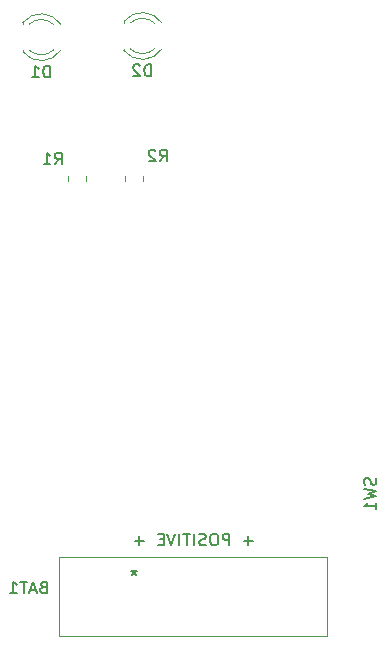
<source format=gbr>
%TF.GenerationSoftware,KiCad,Pcbnew,(5.1.9-0-10_14)*%
%TF.CreationDate,2021-10-18T11:35:41-07:00*%
%TF.ProjectId,cat_pcb_2a,6361745f-7063-4625-9f32-612e6b696361,rev?*%
%TF.SameCoordinates,Original*%
%TF.FileFunction,Legend,Bot*%
%TF.FilePolarity,Positive*%
%FSLAX46Y46*%
G04 Gerber Fmt 4.6, Leading zero omitted, Abs format (unit mm)*
G04 Created by KiCad (PCBNEW (5.1.9-0-10_14)) date 2021-10-18 11:35:41*
%MOMM*%
%LPD*%
G01*
G04 APERTURE LIST*
%ADD10C,0.150000*%
%ADD11C,0.120000*%
G04 APERTURE END LIST*
D10*
X154098000Y-106751428D02*
X153336095Y-106751428D01*
X153717047Y-107132380D02*
X153717047Y-106370476D01*
X152098000Y-107132380D02*
X152098000Y-106132380D01*
X151717047Y-106132380D01*
X151621809Y-106180000D01*
X151574190Y-106227619D01*
X151526571Y-106322857D01*
X151526571Y-106465714D01*
X151574190Y-106560952D01*
X151621809Y-106608571D01*
X151717047Y-106656190D01*
X152098000Y-106656190D01*
X150907523Y-106132380D02*
X150717047Y-106132380D01*
X150621809Y-106180000D01*
X150526571Y-106275238D01*
X150478952Y-106465714D01*
X150478952Y-106799047D01*
X150526571Y-106989523D01*
X150621809Y-107084761D01*
X150717047Y-107132380D01*
X150907523Y-107132380D01*
X151002761Y-107084761D01*
X151098000Y-106989523D01*
X151145619Y-106799047D01*
X151145619Y-106465714D01*
X151098000Y-106275238D01*
X151002761Y-106180000D01*
X150907523Y-106132380D01*
X150098000Y-107084761D02*
X149955142Y-107132380D01*
X149717047Y-107132380D01*
X149621809Y-107084761D01*
X149574190Y-107037142D01*
X149526571Y-106941904D01*
X149526571Y-106846666D01*
X149574190Y-106751428D01*
X149621809Y-106703809D01*
X149717047Y-106656190D01*
X149907523Y-106608571D01*
X150002761Y-106560952D01*
X150050380Y-106513333D01*
X150098000Y-106418095D01*
X150098000Y-106322857D01*
X150050380Y-106227619D01*
X150002761Y-106180000D01*
X149907523Y-106132380D01*
X149669428Y-106132380D01*
X149526571Y-106180000D01*
X149098000Y-107132380D02*
X149098000Y-106132380D01*
X148764666Y-106132380D02*
X148193238Y-106132380D01*
X148478952Y-107132380D02*
X148478952Y-106132380D01*
X147859904Y-107132380D02*
X147859904Y-106132380D01*
X147526571Y-106132380D02*
X147193238Y-107132380D01*
X146859904Y-106132380D01*
X146526571Y-106608571D02*
X146193238Y-106608571D01*
X146050380Y-107132380D02*
X146526571Y-107132380D01*
X146526571Y-106132380D01*
X146050380Y-106132380D01*
X144859904Y-106751428D02*
X144098000Y-106751428D01*
X144478952Y-107132380D02*
X144478952Y-106370476D01*
D11*
%TO.C,BAT1*%
X137689600Y-114790347D02*
X137689600Y-108135547D01*
X160346400Y-114790347D02*
X137689600Y-114790347D01*
X160346400Y-108135547D02*
X160346400Y-114790347D01*
X137689600Y-108135547D02*
X160346400Y-108135547D01*
%TO.C,R2*%
X144753000Y-76323564D02*
X144753000Y-75869436D01*
X143283000Y-76323564D02*
X143283000Y-75869436D01*
%TO.C,R1*%
X139927000Y-76323564D02*
X139927000Y-75869436D01*
X138457000Y-76323564D02*
X138457000Y-75869436D01*
%TO.C,D2*%
X143169200Y-65244000D02*
X143169200Y-65088000D01*
X143169200Y-62928000D02*
X143169200Y-62772000D01*
X145770330Y-62928163D02*
G75*
G03*
X143688239Y-62928000I-1041130J-1079837D01*
G01*
X145770330Y-65087837D02*
G75*
G02*
X143688239Y-65088000I-1041130J1079837D01*
G01*
X146401535Y-62929392D02*
G75*
G03*
X143169200Y-62772484I-1672335J-1078608D01*
G01*
X146401535Y-65086608D02*
G75*
G02*
X143169200Y-65243516I-1672335J1078608D01*
G01*
%TO.C,D1*%
X134609400Y-65345600D02*
X134609400Y-65189600D01*
X134609400Y-63029600D02*
X134609400Y-62873600D01*
X137210530Y-63029763D02*
G75*
G03*
X135128439Y-63029600I-1041130J-1079837D01*
G01*
X137210530Y-65189437D02*
G75*
G02*
X135128439Y-65189600I-1041130J1079837D01*
G01*
X137841735Y-63030992D02*
G75*
G03*
X134609400Y-62874084I-1672335J-1078608D01*
G01*
X137841735Y-65188208D02*
G75*
G02*
X134609400Y-65345116I-1672335J1078608D01*
G01*
%TO.C,BAT1*%
D10*
X136342285Y-110672571D02*
X136199428Y-110720190D01*
X136151809Y-110767809D01*
X136104190Y-110863047D01*
X136104190Y-111005904D01*
X136151809Y-111101142D01*
X136199428Y-111148761D01*
X136294666Y-111196380D01*
X136675619Y-111196380D01*
X136675619Y-110196380D01*
X136342285Y-110196380D01*
X136247047Y-110244000D01*
X136199428Y-110291619D01*
X136151809Y-110386857D01*
X136151809Y-110482095D01*
X136199428Y-110577333D01*
X136247047Y-110624952D01*
X136342285Y-110672571D01*
X136675619Y-110672571D01*
X135723238Y-110910666D02*
X135247047Y-110910666D01*
X135818476Y-111196380D02*
X135485142Y-110196380D01*
X135151809Y-111196380D01*
X134961333Y-110196380D02*
X134389904Y-110196380D01*
X134675619Y-111196380D02*
X134675619Y-110196380D01*
X133532761Y-111196380D02*
X134104190Y-111196380D01*
X133818476Y-111196380D02*
X133818476Y-110196380D01*
X133913714Y-110339238D01*
X134008952Y-110434476D01*
X134104190Y-110482095D01*
X144018000Y-109180380D02*
X144018000Y-109418476D01*
X144256095Y-109323238D02*
X144018000Y-109418476D01*
X143779904Y-109323238D01*
X144160857Y-109608952D02*
X144018000Y-109418476D01*
X143875142Y-109608952D01*
%TO.C,SW1*%
X164480761Y-101423666D02*
X164528380Y-101566523D01*
X164528380Y-101804619D01*
X164480761Y-101899857D01*
X164433142Y-101947476D01*
X164337904Y-101995095D01*
X164242666Y-101995095D01*
X164147428Y-101947476D01*
X164099809Y-101899857D01*
X164052190Y-101804619D01*
X164004571Y-101614142D01*
X163956952Y-101518904D01*
X163909333Y-101471285D01*
X163814095Y-101423666D01*
X163718857Y-101423666D01*
X163623619Y-101471285D01*
X163576000Y-101518904D01*
X163528380Y-101614142D01*
X163528380Y-101852238D01*
X163576000Y-101995095D01*
X163528380Y-102328428D02*
X164528380Y-102566523D01*
X163814095Y-102757000D01*
X164528380Y-102947476D01*
X163528380Y-103185571D01*
X164528380Y-104090333D02*
X164528380Y-103518904D01*
X164528380Y-103804619D02*
X163528380Y-103804619D01*
X163671238Y-103709380D01*
X163766476Y-103614142D01*
X163814095Y-103518904D01*
%TO.C,R2*%
X146216666Y-74620380D02*
X146550000Y-74144190D01*
X146788095Y-74620380D02*
X146788095Y-73620380D01*
X146407142Y-73620380D01*
X146311904Y-73668000D01*
X146264285Y-73715619D01*
X146216666Y-73810857D01*
X146216666Y-73953714D01*
X146264285Y-74048952D01*
X146311904Y-74096571D01*
X146407142Y-74144190D01*
X146788095Y-74144190D01*
X145835714Y-73715619D02*
X145788095Y-73668000D01*
X145692857Y-73620380D01*
X145454761Y-73620380D01*
X145359523Y-73668000D01*
X145311904Y-73715619D01*
X145264285Y-73810857D01*
X145264285Y-73906095D01*
X145311904Y-74048952D01*
X145883333Y-74620380D01*
X145264285Y-74620380D01*
%TO.C,R1*%
X137326666Y-74874380D02*
X137660000Y-74398190D01*
X137898095Y-74874380D02*
X137898095Y-73874380D01*
X137517142Y-73874380D01*
X137421904Y-73922000D01*
X137374285Y-73969619D01*
X137326666Y-74064857D01*
X137326666Y-74207714D01*
X137374285Y-74302952D01*
X137421904Y-74350571D01*
X137517142Y-74398190D01*
X137898095Y-74398190D01*
X136374285Y-74874380D02*
X136945714Y-74874380D01*
X136660000Y-74874380D02*
X136660000Y-73874380D01*
X136755238Y-74017238D01*
X136850476Y-74112476D01*
X136945714Y-74160095D01*
%TO.C,D2*%
X145467295Y-67420380D02*
X145467295Y-66420380D01*
X145229200Y-66420380D01*
X145086342Y-66468000D01*
X144991104Y-66563238D01*
X144943485Y-66658476D01*
X144895866Y-66848952D01*
X144895866Y-66991809D01*
X144943485Y-67182285D01*
X144991104Y-67277523D01*
X145086342Y-67372761D01*
X145229200Y-67420380D01*
X145467295Y-67420380D01*
X144514914Y-66515619D02*
X144467295Y-66468000D01*
X144372057Y-66420380D01*
X144133961Y-66420380D01*
X144038723Y-66468000D01*
X143991104Y-66515619D01*
X143943485Y-66610857D01*
X143943485Y-66706095D01*
X143991104Y-66848952D01*
X144562533Y-67420380D01*
X143943485Y-67420380D01*
%TO.C,D1*%
X136907495Y-67521980D02*
X136907495Y-66521980D01*
X136669400Y-66521980D01*
X136526542Y-66569600D01*
X136431304Y-66664838D01*
X136383685Y-66760076D01*
X136336066Y-66950552D01*
X136336066Y-67093409D01*
X136383685Y-67283885D01*
X136431304Y-67379123D01*
X136526542Y-67474361D01*
X136669400Y-67521980D01*
X136907495Y-67521980D01*
X135383685Y-67521980D02*
X135955114Y-67521980D01*
X135669400Y-67521980D02*
X135669400Y-66521980D01*
X135764638Y-66664838D01*
X135859876Y-66760076D01*
X135955114Y-66807695D01*
%TD*%
M02*

</source>
